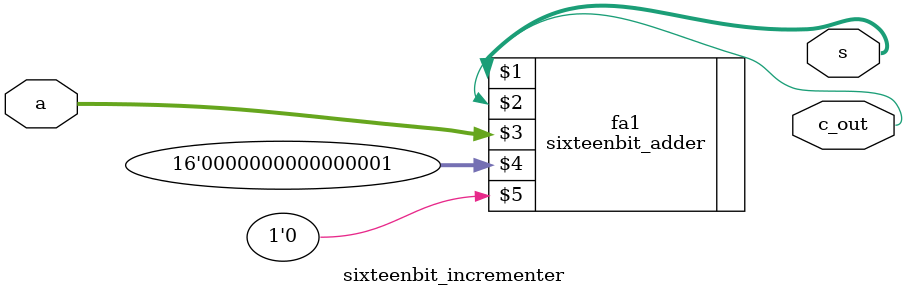
<source format=v>
module sixteenbit_incrementer(s,c_out,a);

    input [15:0] a;
    output [15:0] s;
    output c_out;

    sixteenbit_adder fa1(s,c_out,a,16'b0000_0000_0000_0001,1'b0);

endmodule

</source>
